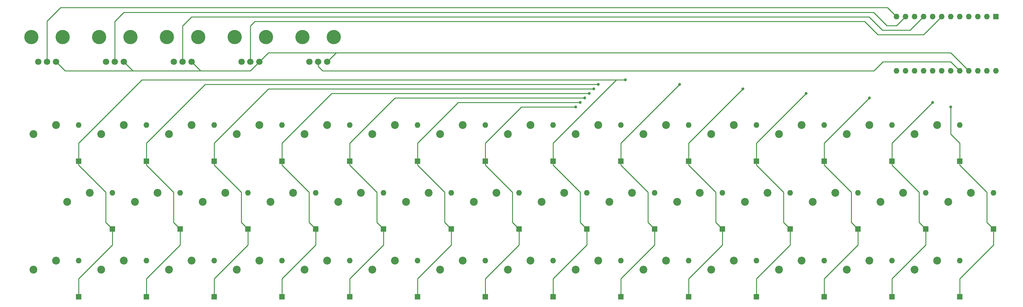
<source format=gtl>
G04 #@! TF.GenerationSoftware,KiCad,Pcbnew,5.0.0-rc1-44a33f2~62~ubuntu16.04.1*
G04 #@! TF.CreationDate,2018-03-08T22:41:24+01:00*
G04 #@! TF.ProjectId,midi314,6D6964693331342E6B696361645F7063,rev?*
G04 #@! TF.SameCoordinates,Original*
G04 #@! TF.FileFunction,Copper,L1,Top,Signal*
G04 #@! TF.FilePolarity,Positive*
%FSLAX46Y46*%
G04 Gerber Fmt 4.6, Leading zero omitted, Abs format (unit mm)*
G04 Created by KiCad (PCBNEW 5.0.0-rc1-44a33f2~62~ubuntu16.04.1) date Thu Mar  8 22:41:24 2018*
%MOMM*%
%LPD*%
G01*
G04 APERTURE LIST*
%ADD10C,1.800000*%
%ADD11C,4.000000*%
%ADD12C,2.200000*%
%ADD13O,1.600000X1.600000*%
%ADD14R,1.600000X1.600000*%
%ADD15C,0.800000*%
%ADD16C,0.250000*%
G04 APERTURE END LIST*
D10*
X91520000Y-114300000D03*
X94020000Y-114300000D03*
X96520000Y-114300000D03*
D11*
X89620000Y-107300000D03*
X98420000Y-107300000D03*
X117470000Y-107300000D03*
X108670000Y-107300000D03*
D10*
X115570000Y-114300000D03*
X113070000Y-114300000D03*
X110570000Y-114300000D03*
X129620000Y-114300000D03*
X132120000Y-114300000D03*
X134620000Y-114300000D03*
D11*
X127720000Y-107300000D03*
X136520000Y-107300000D03*
X155570000Y-107300000D03*
X146770000Y-107300000D03*
D10*
X153670000Y-114300000D03*
X151170000Y-114300000D03*
X148670000Y-114300000D03*
X72470000Y-114300000D03*
X74970000Y-114300000D03*
X77470000Y-114300000D03*
D11*
X70570000Y-107300000D03*
X79370000Y-107300000D03*
D12*
X223520000Y-134620000D03*
X229870000Y-132080000D03*
D13*
X341630000Y-116840000D03*
X313690000Y-101600000D03*
X339090000Y-116840000D03*
X316230000Y-101600000D03*
X336550000Y-116840000D03*
X318770000Y-101600000D03*
X334010000Y-116840000D03*
X321310000Y-101600000D03*
X331470000Y-116840000D03*
X323850000Y-101600000D03*
X328930000Y-116840000D03*
X326390000Y-101600000D03*
X326390000Y-116840000D03*
X328930000Y-101600000D03*
X323850000Y-116840000D03*
X331470000Y-101600000D03*
X321310000Y-116840000D03*
X334010000Y-101600000D03*
X318770000Y-116840000D03*
X336550000Y-101600000D03*
X316230000Y-116840000D03*
X339090000Y-101600000D03*
X313690000Y-116840000D03*
D14*
X341630000Y-101600000D03*
D12*
X318770000Y-134620000D03*
X325120000Y-132080000D03*
X71120000Y-134620000D03*
X77470000Y-132080000D03*
X90170000Y-134620000D03*
X96520000Y-132080000D03*
X109220000Y-134620000D03*
X115570000Y-132080000D03*
X128270000Y-134620000D03*
X134620000Y-132080000D03*
X147320000Y-134620000D03*
X153670000Y-132080000D03*
X166370000Y-134620000D03*
X172720000Y-132080000D03*
X185420000Y-134620000D03*
X191770000Y-132080000D03*
X80645000Y-153670000D03*
X86995000Y-151130000D03*
X99695000Y-153670000D03*
X106045000Y-151130000D03*
X118745000Y-153670000D03*
X125095000Y-151130000D03*
X137795000Y-153670000D03*
X144145000Y-151130000D03*
X156845000Y-153670000D03*
X163195000Y-151130000D03*
X175895000Y-153670000D03*
X182245000Y-151130000D03*
X194945000Y-153670000D03*
X201295000Y-151130000D03*
D13*
X83820000Y-132080000D03*
D14*
X83820000Y-142240000D03*
D13*
X102870000Y-132080000D03*
D14*
X102870000Y-142240000D03*
D13*
X121920000Y-132080000D03*
D14*
X121920000Y-142240000D03*
D13*
X140970000Y-132080000D03*
D14*
X140970000Y-142240000D03*
D13*
X160020000Y-132080000D03*
D14*
X160020000Y-142240000D03*
D13*
X179070000Y-132080000D03*
D14*
X179070000Y-142240000D03*
D13*
X198120000Y-132080000D03*
D14*
X198120000Y-142240000D03*
D13*
X93345000Y-151130000D03*
D14*
X93345000Y-161290000D03*
D13*
X112395000Y-151130000D03*
D14*
X112395000Y-161290000D03*
D13*
X131445000Y-151130000D03*
D14*
X131445000Y-161290000D03*
D13*
X150495000Y-151130000D03*
D14*
X150495000Y-161290000D03*
D13*
X169545000Y-151130000D03*
D14*
X169545000Y-161290000D03*
D13*
X188595000Y-151130000D03*
D14*
X188595000Y-161290000D03*
D13*
X207645000Y-151130000D03*
D14*
X207645000Y-161290000D03*
D13*
X83820000Y-170180000D03*
D14*
X83820000Y-180340000D03*
D13*
X102870000Y-170180000D03*
D14*
X102870000Y-180340000D03*
D13*
X121920000Y-170180000D03*
D14*
X121920000Y-180340000D03*
D13*
X140970000Y-170180000D03*
D14*
X140970000Y-180340000D03*
D13*
X160020000Y-170180000D03*
D14*
X160020000Y-180340000D03*
D13*
X179070000Y-170180000D03*
D14*
X179070000Y-180340000D03*
D13*
X198120000Y-170180000D03*
D14*
X198120000Y-180340000D03*
D13*
X217170000Y-132080000D03*
D14*
X217170000Y-142240000D03*
D13*
X236220000Y-132080000D03*
D14*
X236220000Y-142240000D03*
D13*
X255270000Y-132080000D03*
D14*
X255270000Y-142240000D03*
D13*
X274320000Y-132080000D03*
D14*
X274320000Y-142240000D03*
D13*
X293370000Y-132080000D03*
D14*
X293370000Y-142240000D03*
D13*
X312420000Y-132080000D03*
D14*
X312420000Y-142240000D03*
D13*
X331470000Y-132080000D03*
D14*
X331470000Y-142240000D03*
D13*
X226695000Y-151130000D03*
D14*
X226695000Y-161290000D03*
D13*
X245745000Y-151130000D03*
D14*
X245745000Y-161290000D03*
D13*
X264795000Y-151130000D03*
D14*
X264795000Y-161290000D03*
D13*
X283845000Y-151130000D03*
D14*
X283845000Y-161290000D03*
D13*
X302895000Y-151130000D03*
D14*
X302895000Y-161290000D03*
D13*
X321945000Y-151130000D03*
D14*
X321945000Y-161290000D03*
D13*
X340995000Y-151130000D03*
D14*
X340995000Y-161290000D03*
D13*
X217170000Y-170180000D03*
D14*
X217170000Y-180340000D03*
D13*
X236220000Y-170180000D03*
D14*
X236220000Y-180340000D03*
D13*
X255270000Y-170180000D03*
D14*
X255270000Y-180340000D03*
D13*
X274320000Y-170180000D03*
D14*
X274320000Y-180340000D03*
D13*
X293370000Y-170180000D03*
D14*
X293370000Y-180340000D03*
D13*
X312420000Y-170180000D03*
D14*
X312420000Y-180340000D03*
D13*
X331470000Y-170180000D03*
D14*
X331470000Y-180340000D03*
D12*
X71120000Y-172720000D03*
X77470000Y-170180000D03*
X90170000Y-172720000D03*
X96520000Y-170180000D03*
X109220000Y-172720000D03*
X115570000Y-170180000D03*
X128270000Y-172720000D03*
X134620000Y-170180000D03*
X147320000Y-172720000D03*
X153670000Y-170180000D03*
X166370000Y-172720000D03*
X172720000Y-170180000D03*
X185420000Y-172720000D03*
X191770000Y-170180000D03*
X204470000Y-134620000D03*
X210820000Y-132080000D03*
X242570000Y-134620000D03*
X248920000Y-132080000D03*
X261620000Y-134620000D03*
X267970000Y-132080000D03*
X280670000Y-134620000D03*
X287020000Y-132080000D03*
X299720000Y-134620000D03*
X306070000Y-132080000D03*
X213995000Y-153670000D03*
X220345000Y-151130000D03*
X233045000Y-153670000D03*
X239395000Y-151130000D03*
X252095000Y-153670000D03*
X258445000Y-151130000D03*
X271145000Y-153670000D03*
X277495000Y-151130000D03*
X290195000Y-153670000D03*
X296545000Y-151130000D03*
X309245000Y-153670000D03*
X315595000Y-151130000D03*
X328295000Y-153670000D03*
X334645000Y-151130000D03*
X204470000Y-172720000D03*
X210820000Y-170180000D03*
X223520000Y-172720000D03*
X229870000Y-170180000D03*
X242570000Y-172720000D03*
X248920000Y-170180000D03*
X261620000Y-172720000D03*
X267970000Y-170180000D03*
X280670000Y-172720000D03*
X287020000Y-170180000D03*
X299720000Y-172720000D03*
X306070000Y-170180000D03*
X318770000Y-172720000D03*
X325120000Y-170180000D03*
D15*
X223520000Y-127000000D03*
X328930000Y-127000000D03*
X323850000Y-125730000D03*
X224790000Y-125730000D03*
X226060000Y-124460000D03*
X306070000Y-124460000D03*
X227330000Y-123190000D03*
X288290000Y-123190000D03*
X270510000Y-121920000D03*
X228600000Y-121920000D03*
X252730000Y-120650000D03*
X229870000Y-120650000D03*
X237490000Y-119380000D03*
D16*
X208280000Y-127000000D02*
X223520000Y-127000000D01*
X198120000Y-137160000D02*
X208280000Y-127000000D01*
X198120000Y-142240000D02*
X198120000Y-137160000D01*
X331470000Y-137160000D02*
X328930000Y-134620000D01*
X328930000Y-134620000D02*
X328930000Y-127000000D01*
X331470000Y-141190000D02*
X331470000Y-137160000D01*
X331470000Y-142240000D02*
X331470000Y-141190000D01*
X340995000Y-165735000D02*
X340995000Y-161290000D01*
X331470000Y-175260000D02*
X340995000Y-165735000D01*
X331470000Y-180340000D02*
X331470000Y-175260000D01*
X207645000Y-165735000D02*
X207645000Y-161290000D01*
X198120000Y-175260000D02*
X207645000Y-165735000D01*
X198120000Y-180340000D02*
X198120000Y-175260000D01*
X339090000Y-159385000D02*
X340995000Y-161290000D01*
X339090000Y-150910000D02*
X339090000Y-159385000D01*
X331470000Y-142240000D02*
X331470000Y-143290000D01*
X331470000Y-143290000D02*
X339090000Y-150910000D01*
X205740000Y-159385000D02*
X207645000Y-161290000D01*
X205740000Y-150910000D02*
X205740000Y-159385000D01*
X198120000Y-142240000D02*
X198120000Y-143290000D01*
X198120000Y-143290000D02*
X205740000Y-150910000D01*
X322580000Y-127000000D02*
X323850000Y-125730000D01*
X190500000Y-125730000D02*
X224790000Y-125730000D01*
X179070000Y-137160000D02*
X190500000Y-125730000D01*
X179070000Y-142240000D02*
X179070000Y-137160000D01*
X312420000Y-137160000D02*
X322580000Y-127000000D01*
X312420000Y-142240000D02*
X312420000Y-137160000D01*
X321945000Y-165735000D02*
X321945000Y-161290000D01*
X312420000Y-175260000D02*
X321945000Y-165735000D01*
X312420000Y-180340000D02*
X312420000Y-175260000D01*
X179070000Y-180340000D02*
X179070000Y-175260000D01*
X188595000Y-165735000D02*
X188595000Y-161290000D01*
X179070000Y-175260000D02*
X188595000Y-165735000D01*
X320040000Y-159385000D02*
X321945000Y-161290000D01*
X320040000Y-150910000D02*
X320040000Y-159385000D01*
X312420000Y-142240000D02*
X312420000Y-143290000D01*
X312420000Y-143290000D02*
X320040000Y-150910000D01*
X186690000Y-159385000D02*
X188595000Y-161290000D01*
X186690000Y-150910000D02*
X186690000Y-159385000D01*
X179070000Y-142240000D02*
X179070000Y-143290000D01*
X179070000Y-143290000D02*
X186690000Y-150910000D01*
X179070000Y-124460000D02*
X226060000Y-124460000D01*
X172720000Y-124460000D02*
X179070000Y-124460000D01*
X160020000Y-137160000D02*
X172720000Y-124460000D01*
X160020000Y-142240000D02*
X160020000Y-137160000D01*
X303530000Y-127000000D02*
X306070000Y-124460000D01*
X293370000Y-137160000D02*
X303530000Y-127000000D01*
X293370000Y-142240000D02*
X293370000Y-137160000D01*
X302895000Y-165735000D02*
X302895000Y-161290000D01*
X293370000Y-175260000D02*
X302895000Y-165735000D01*
X293370000Y-180340000D02*
X293370000Y-175260000D01*
X169545000Y-165735000D02*
X169545000Y-161290000D01*
X160020000Y-175260000D02*
X169545000Y-165735000D01*
X160020000Y-180340000D02*
X160020000Y-175260000D01*
X300990000Y-159385000D02*
X302895000Y-161290000D01*
X300990000Y-150910000D02*
X300990000Y-159385000D01*
X293370000Y-142240000D02*
X293370000Y-143290000D01*
X293370000Y-143290000D02*
X300990000Y-150910000D01*
X167640000Y-159385000D02*
X169545000Y-161290000D01*
X167640000Y-150910000D02*
X167640000Y-159385000D01*
X160020000Y-142240000D02*
X160020000Y-143290000D01*
X160020000Y-143290000D02*
X167640000Y-150910000D01*
X154940000Y-123190000D02*
X227330000Y-123190000D01*
X146050000Y-132080000D02*
X154940000Y-123190000D01*
X140970000Y-137160000D02*
X146050000Y-132080000D01*
X140970000Y-142240000D02*
X140970000Y-137160000D01*
X284480000Y-127000000D02*
X288290000Y-123190000D01*
X274320000Y-137160000D02*
X284480000Y-127000000D01*
X274320000Y-142240000D02*
X274320000Y-137160000D01*
X283845000Y-165735000D02*
X283845000Y-161290000D01*
X274320000Y-175260000D02*
X283845000Y-165735000D01*
X274320000Y-180340000D02*
X274320000Y-175260000D01*
X150495000Y-165735000D02*
X150495000Y-161290000D01*
X140970000Y-175260000D02*
X150495000Y-165735000D01*
X140970000Y-180340000D02*
X140970000Y-175260000D01*
X281940000Y-159385000D02*
X283845000Y-161290000D01*
X281940000Y-150910000D02*
X281940000Y-159385000D01*
X274320000Y-142240000D02*
X274320000Y-143290000D01*
X274320000Y-143290000D02*
X281940000Y-150910000D01*
X148590000Y-159385000D02*
X150495000Y-161290000D01*
X148590000Y-150910000D02*
X148590000Y-159385000D01*
X140970000Y-142240000D02*
X140970000Y-143290000D01*
X140970000Y-143290000D02*
X148590000Y-150910000D01*
X265430000Y-127000000D02*
X270510000Y-121920000D01*
X191770000Y-121920000D02*
X228600000Y-121920000D01*
X149860000Y-121920000D02*
X191770000Y-121920000D01*
X137160000Y-121920000D02*
X149860000Y-121920000D01*
X121920000Y-137160000D02*
X137160000Y-121920000D01*
X121920000Y-142240000D02*
X121920000Y-137160000D01*
X255270000Y-137160000D02*
X265430000Y-127000000D01*
X255270000Y-142240000D02*
X255270000Y-137160000D01*
X264795000Y-165735000D02*
X264795000Y-161290000D01*
X255270000Y-175260000D02*
X264795000Y-165735000D01*
X255270000Y-180340000D02*
X255270000Y-175260000D01*
X131445000Y-165735000D02*
X131445000Y-161290000D01*
X121920000Y-175260000D02*
X131445000Y-165735000D01*
X121920000Y-180340000D02*
X121920000Y-175260000D01*
X262890000Y-159385000D02*
X264795000Y-161290000D01*
X262890000Y-150910000D02*
X262890000Y-159385000D01*
X255270000Y-142240000D02*
X255270000Y-143290000D01*
X255270000Y-143290000D02*
X262890000Y-150910000D01*
X129540000Y-159385000D02*
X131445000Y-161290000D01*
X129540000Y-150910000D02*
X129540000Y-159385000D01*
X121920000Y-142240000D02*
X121920000Y-143290000D01*
X121920000Y-143290000D02*
X129540000Y-150910000D01*
X246380000Y-127000000D02*
X252730000Y-120650000D01*
X213360000Y-120650000D02*
X229870000Y-120650000D01*
X119380000Y-120650000D02*
X213360000Y-120650000D01*
X102870000Y-137160000D02*
X119380000Y-120650000D01*
X102870000Y-142240000D02*
X102870000Y-137160000D01*
X236220000Y-137160000D02*
X246380000Y-127000000D01*
X236220000Y-142240000D02*
X236220000Y-137160000D01*
X245745000Y-165735000D02*
X245745000Y-161290000D01*
X236220000Y-175260000D02*
X245745000Y-165735000D01*
X236220000Y-180340000D02*
X236220000Y-175260000D01*
X112395000Y-165735000D02*
X112395000Y-161290000D01*
X102870000Y-175260000D02*
X112395000Y-165735000D01*
X102870000Y-180340000D02*
X102870000Y-175260000D01*
X243840000Y-159385000D02*
X245745000Y-161290000D01*
X243840000Y-150910000D02*
X243840000Y-159385000D01*
X236220000Y-142240000D02*
X236220000Y-143290000D01*
X236220000Y-143290000D02*
X243840000Y-150910000D01*
X110490000Y-159385000D02*
X112395000Y-161290000D01*
X110490000Y-150910000D02*
X110490000Y-159385000D01*
X102870000Y-142240000D02*
X102870000Y-143290000D01*
X102870000Y-143290000D02*
X110490000Y-150910000D01*
X234950000Y-119380000D02*
X237490000Y-119380000D01*
X227330000Y-127000000D02*
X234950000Y-119380000D01*
X101600000Y-119380000D02*
X214630000Y-119380000D01*
X83820000Y-137160000D02*
X101600000Y-119380000D01*
X83820000Y-142240000D02*
X83820000Y-137160000D01*
X214630000Y-119380000D02*
X234950000Y-119380000D01*
X217170000Y-137160000D02*
X227330000Y-127000000D01*
X217170000Y-142240000D02*
X217170000Y-137160000D01*
X226695000Y-165735000D02*
X226695000Y-161290000D01*
X217170000Y-175260000D02*
X226695000Y-165735000D01*
X217170000Y-180340000D02*
X217170000Y-175260000D01*
X83820000Y-175260000D02*
X93345000Y-165735000D01*
X93345000Y-165735000D02*
X93345000Y-161290000D01*
X83820000Y-180340000D02*
X83820000Y-175260000D01*
X224790000Y-159385000D02*
X226695000Y-161290000D01*
X224790000Y-150910000D02*
X224790000Y-159385000D01*
X217170000Y-142240000D02*
X217170000Y-143290000D01*
X217170000Y-143290000D02*
X224790000Y-150910000D01*
X91440000Y-159385000D02*
X93345000Y-161290000D01*
X91440000Y-150910000D02*
X91440000Y-159385000D01*
X83820000Y-142240000D02*
X83820000Y-143290000D01*
X83820000Y-143290000D02*
X91440000Y-150910000D01*
X153670000Y-111760000D02*
X156210000Y-111760000D01*
X156210000Y-111760000D02*
X328930000Y-111760000D01*
X153670000Y-114300000D02*
X156210000Y-111760000D01*
X328930000Y-111760000D02*
X330200000Y-113030000D01*
X99060000Y-116840000D02*
X80010000Y-116840000D01*
X80010000Y-116840000D02*
X77470000Y-114300000D01*
X118110000Y-116840000D02*
X99060000Y-116840000D01*
X99060000Y-116840000D02*
X96520000Y-114300000D01*
X118110000Y-116840000D02*
X115570000Y-114300000D01*
X132080000Y-116840000D02*
X118110000Y-116840000D01*
X134620000Y-114300000D02*
X132080000Y-116840000D01*
X137160000Y-111760000D02*
X134620000Y-114300000D01*
X153670000Y-111760000D02*
X137160000Y-111760000D01*
X334010000Y-116840000D02*
X330200000Y-113030000D01*
X321310000Y-106680000D02*
X326390000Y-101600000D01*
X308450000Y-106680000D02*
X321310000Y-106680000D01*
X304720000Y-102950000D02*
X308450000Y-106680000D01*
X133350000Y-102950000D02*
X304720000Y-102950000D01*
X132120000Y-104180000D02*
X133350000Y-102950000D01*
X132120000Y-114300000D02*
X132120000Y-104180000D01*
X317500000Y-105410000D02*
X321310000Y-101600000D01*
X309720000Y-105410000D02*
X317500000Y-105410000D01*
X305990000Y-101680000D02*
X309720000Y-105410000D01*
X115570000Y-101680000D02*
X305990000Y-101680000D01*
X113070000Y-104180000D02*
X115570000Y-101680000D01*
X113070000Y-114300000D02*
X113070000Y-104180000D01*
X313690000Y-104140000D02*
X316230000Y-101600000D01*
X310990000Y-104140000D02*
X313690000Y-104140000D01*
X307260000Y-100410000D02*
X310990000Y-104140000D01*
X96520000Y-100410000D02*
X307260000Y-100410000D01*
X94020000Y-102910000D02*
X96520000Y-100410000D01*
X94020000Y-114300000D02*
X94020000Y-102910000D01*
X74970000Y-114300000D02*
X74970000Y-102830000D01*
X74970000Y-102830000D02*
X78740000Y-99060000D01*
X78740000Y-99060000D02*
X311150000Y-99060000D01*
X311150000Y-99060000D02*
X313690000Y-101600000D01*
X154940000Y-116840000D02*
X307340000Y-116840000D01*
X309880000Y-114300000D02*
X307340000Y-116840000D01*
X328930000Y-114300000D02*
X309880000Y-114300000D01*
X151130000Y-115570000D02*
X151170000Y-115530000D01*
X151170000Y-115530000D02*
X151170000Y-114300000D01*
X152400000Y-116840000D02*
X151130000Y-115570000D01*
X154940000Y-116840000D02*
X152400000Y-116840000D01*
X331470000Y-116840000D02*
X328930000Y-114300000D01*
M02*

</source>
